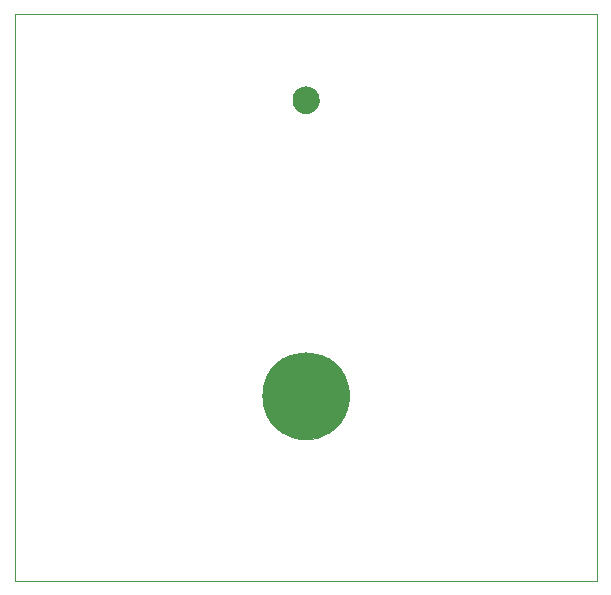
<source format=gbs>
G75*
G70*
%OFA0B0*%
%FSLAX24Y24*%
%IPPOS*%
%LPD*%
%AMOC8*
5,1,8,0,0,1.08239X$1,22.5*
%
%ADD10C,0.0000*%
%ADD11C,0.2874*%
%ADD12C,0.0866*%
%ADD13C,0.2914*%
%ADD14C,0.0906*%
D10*
X000303Y000269D02*
X019713Y000269D01*
X019713Y019166D01*
X000303Y019166D01*
X000303Y000269D01*
X008571Y006430D02*
X008573Y006505D01*
X008579Y006580D01*
X008589Y006655D01*
X008602Y006729D01*
X008620Y006802D01*
X008641Y006874D01*
X008666Y006945D01*
X008695Y007014D01*
X008728Y007082D01*
X008764Y007148D01*
X008803Y007213D01*
X008845Y007275D01*
X008891Y007334D01*
X008940Y007392D01*
X008992Y007446D01*
X009046Y007498D01*
X009104Y007547D01*
X009163Y007593D01*
X009225Y007635D01*
X009289Y007674D01*
X009356Y007710D01*
X009424Y007743D01*
X009493Y007772D01*
X009564Y007797D01*
X009636Y007818D01*
X009709Y007836D01*
X009783Y007849D01*
X009858Y007859D01*
X009933Y007865D01*
X010008Y007867D01*
X010083Y007865D01*
X010158Y007859D01*
X010233Y007849D01*
X010307Y007836D01*
X010380Y007818D01*
X010452Y007797D01*
X010523Y007772D01*
X010592Y007743D01*
X010660Y007710D01*
X010726Y007674D01*
X010791Y007635D01*
X010853Y007593D01*
X010912Y007547D01*
X010970Y007498D01*
X011024Y007446D01*
X011076Y007392D01*
X011125Y007334D01*
X011171Y007275D01*
X011213Y007213D01*
X011252Y007149D01*
X011288Y007082D01*
X011321Y007014D01*
X011350Y006945D01*
X011375Y006874D01*
X011396Y006802D01*
X011414Y006729D01*
X011427Y006655D01*
X011437Y006580D01*
X011443Y006505D01*
X011445Y006430D01*
X011443Y006355D01*
X011437Y006280D01*
X011427Y006205D01*
X011414Y006131D01*
X011396Y006058D01*
X011375Y005986D01*
X011350Y005915D01*
X011321Y005846D01*
X011288Y005778D01*
X011252Y005712D01*
X011213Y005647D01*
X011171Y005585D01*
X011125Y005526D01*
X011076Y005468D01*
X011024Y005414D01*
X010970Y005362D01*
X010912Y005313D01*
X010853Y005267D01*
X010791Y005225D01*
X010727Y005186D01*
X010660Y005150D01*
X010592Y005117D01*
X010523Y005088D01*
X010452Y005063D01*
X010380Y005042D01*
X010307Y005024D01*
X010233Y005011D01*
X010158Y005001D01*
X010083Y004995D01*
X010008Y004993D01*
X009933Y004995D01*
X009858Y005001D01*
X009783Y005011D01*
X009709Y005024D01*
X009636Y005042D01*
X009564Y005063D01*
X009493Y005088D01*
X009424Y005117D01*
X009356Y005150D01*
X009290Y005186D01*
X009225Y005225D01*
X009163Y005267D01*
X009104Y005313D01*
X009046Y005362D01*
X008992Y005414D01*
X008940Y005468D01*
X008891Y005526D01*
X008845Y005585D01*
X008803Y005647D01*
X008764Y005711D01*
X008728Y005778D01*
X008695Y005846D01*
X008666Y005915D01*
X008641Y005986D01*
X008620Y006058D01*
X008602Y006131D01*
X008589Y006205D01*
X008579Y006280D01*
X008573Y006355D01*
X008571Y006430D01*
X009575Y016292D02*
X009577Y016333D01*
X009583Y016374D01*
X009593Y016414D01*
X009606Y016453D01*
X009623Y016490D01*
X009644Y016526D01*
X009668Y016560D01*
X009695Y016591D01*
X009724Y016619D01*
X009757Y016645D01*
X009791Y016667D01*
X009828Y016686D01*
X009866Y016701D01*
X009906Y016713D01*
X009946Y016721D01*
X009987Y016725D01*
X010029Y016725D01*
X010070Y016721D01*
X010110Y016713D01*
X010150Y016701D01*
X010188Y016686D01*
X010224Y016667D01*
X010259Y016645D01*
X010292Y016619D01*
X010321Y016591D01*
X010348Y016560D01*
X010372Y016526D01*
X010393Y016490D01*
X010410Y016453D01*
X010423Y016414D01*
X010433Y016374D01*
X010439Y016333D01*
X010441Y016292D01*
X010439Y016251D01*
X010433Y016210D01*
X010423Y016170D01*
X010410Y016131D01*
X010393Y016094D01*
X010372Y016058D01*
X010348Y016024D01*
X010321Y015993D01*
X010292Y015965D01*
X010259Y015939D01*
X010225Y015917D01*
X010188Y015898D01*
X010150Y015883D01*
X010110Y015871D01*
X010070Y015863D01*
X010029Y015859D01*
X009987Y015859D01*
X009946Y015863D01*
X009906Y015871D01*
X009866Y015883D01*
X009828Y015898D01*
X009792Y015917D01*
X009757Y015939D01*
X009724Y015965D01*
X009695Y015993D01*
X009668Y016024D01*
X009644Y016058D01*
X009623Y016094D01*
X009606Y016131D01*
X009593Y016170D01*
X009583Y016210D01*
X009577Y016251D01*
X009575Y016292D01*
D11*
X010008Y006430D03*
D12*
X010008Y016292D03*
D13*
X010008Y006430D03*
D14*
X010008Y016292D03*
M02*

</source>
